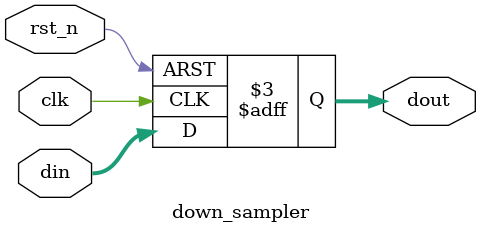
<source format=v>
`timescale 1ns / 1ps


module down_sampler #( parameter L = 2 , parameter width = 10)   // down sampling factor
(  
    input clk,                                  // L times slower than input sample rate
    input rst_n,
    input signed [width-1 :0] din,            // Input sample
    output reg signed [width -1 :0] dout     // Upsampled output
);


    always @(posedge clk or negedge rst_n) 
        
		if (!rst_n) 
     		dout <= 0;
        else 
	    	dout <= din;
endmodule

</source>
